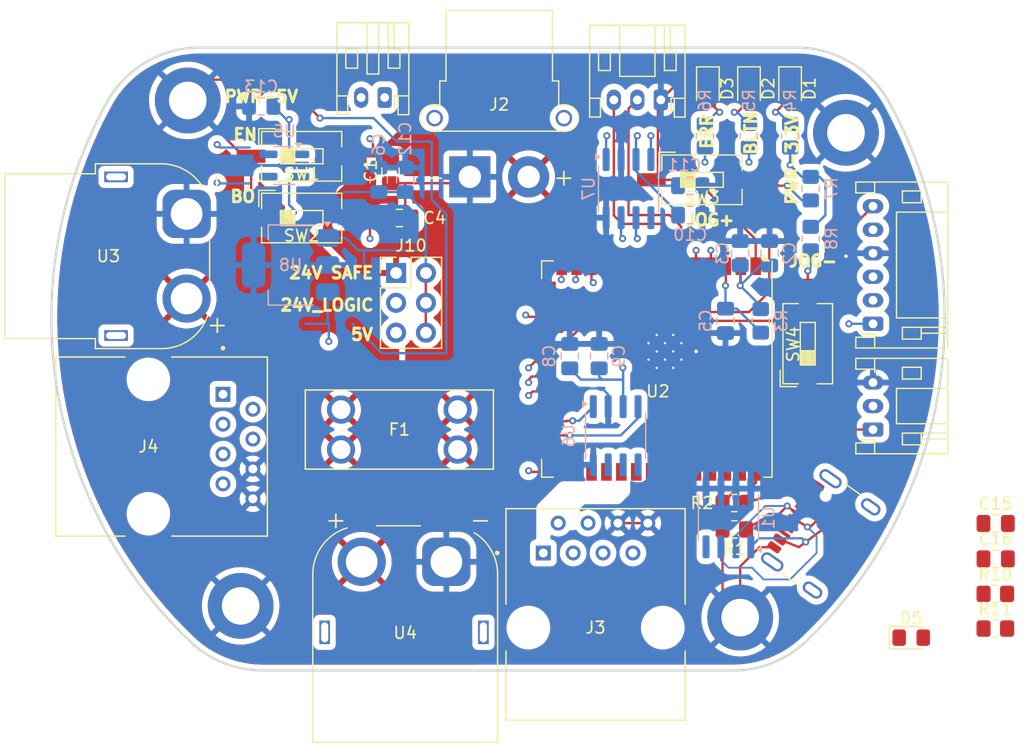
<source format=kicad_pcb>
(kicad_pcb (version 20240108) (generator "pcbnew") (generator_version "8.0")
  (layers (0 "F.Cu" signal) (1 "In1.Cu" signal) (2 "In2.Cu" signal) (31 "B.Cu" signal) (34 "B.Paste" user) (35 "F.Paste" user) (36 "B.SilkS" user "B.Silkscreen") (37 "F.SilkS" user "F.Silkscreen") (38 "B.Mask" user) (39 "F.Mask" user) (44 "Edge.Cuts" user))
  (net 0 "")
  (net 1 "GND")
  (net 2 "EN_PB")
  (net 3 "+3.3V")
  (net 4 "GPIO_0")
  (net 5 "Jog+")
  (net 6 "Jog-")
  (net 7 "Net-(D1-A)")
  (net 8 "Net-(D2-A)")
  (net 9 "Net-(D3-A)")
  (net 10 "+24V")
  (net 11 "+24V_safe")
  (net 13 "USB_P")
  (net 14 "+5V")
  (net 15 "Net-(J1-CC2)")
  (net 17 "USB_N")
  (net 18 "Net-(J1-CC1)")
  (net 22 "+24V_Logic")
  (net 25 "TX_M")
  (net 26 "RX_M")
  (net 27 "CANH_M_P")
  (net 28 "CANL_M_N")
  (net 29 "LED_BUILTIN")
  (net 30 "LED_ERR")
  (net 37 "RXC")
  (net 40 "Net-(J10-Pin_2)")
  (net 41 "+5V_USB")
  (net 44 "TXC")
  (net 47 "Enco_Pot")
  (net 50 "RXC_M")
  (net 51 "CUI_MOSI")
  (net 56 "TXC_M")
  (net 60 "CUI_MISO")
  (net 61 "CUI_CS")
  (net 62 "CUI_SCLK")
  (net 63 "Net-(D5-A)")
  (net 68 "CANL_N")
  (net 69 "CANH_P")
  (net 70 "CAN_M_P")
  (net 71 "CAN_M_N")
  (footprint "Capacitor_SMD:C_0805_2012Metric_Pad1.18x1.45mm_HandSolder" (layer "F.Cu") (at 112.7375 101.99)
    (property "Reference" "C15")
    (property "Value" "220nF")
  )
  (footprint "LED_SMD:LED_0805_2012Metric_Pad1.15x1.40mm_HandSolder" (layer "F.Cu") (at 91.75 65 -90)
    (property "Reference" "D2")
    (property "Value" "B")
  )
  (footprint "Connector_JST:JST_PH_S6B-PH-K_1x06_P2.00mm_Horizontal" (layer "F.Cu") (at 102.3 85 90)
    (property "Reference" "J9" (hide yes))
    (property "Value" "Conn_01x06")
  )
  (footprint "MountingHole:MountingHole_3.2mm_M3_DIN965_Pad_TopBottom" (layer "F.Cu") (at 91 110)
    (property "Reference" "H4" (hide yes))
    (property "Value" "MountingHole_Pad")
  )
  (footprint "Capacitor_SMD:C_0805_2012Metric_Pad1.18x1.45mm_HandSolder" (layer "F.Cu") (at 112.7375 105)
    (property "Reference" "C16")
    (property "Value" "100nF")
  )
  (footprint "Resistor_SMD:R_0805_2012Metric_Pad1.20x1.40mm_HandSolder" (layer "F.Cu") (at 112.7075 107.98)
    (property "Reference" "R10")
    (property "Value" "121")
  )
  (footprint "Resistor_SMD:R_0805_2012Metric_Pad1.20x1.40mm_HandSolder" (layer "F.Cu") (at 90.5 100.25 180)
    (property "Reference" "R2")
    (property "Value" "5.1k")
  )
  (footprint "Button_Switch_SMD:SW_DIP_SPSTx01_Slide_6.7x4.1mm_W8.61mm_P2.54mm_LowProfile" (layer "F.Cu") (at 53.695 76)
    (property "Reference" "SW2")
    (property "Value" "TS09-63-25-WT-160-SMT-TR")
  )
  (footprint "Connector_PinHeader_2.54mm:PinHeader_2x03_P2.54mm_Vertical" (layer "F.Cu") (at 61.725 80.675)
    (property "Reference" "J10")
    (property "Value" "Jumper PWR")
  )
  (footprint "LED_SMD:LED_0805_2012Metric_Pad1.15x1.40mm_HandSolder" (layer "F.Cu") (at 105.5525 111.705)
    (property "Reference" "D5")
    (property "Value" "B")
  )
  (footprint "RoverFootprint:AMASS_XT60PW-F_1x02_P7.20mm_Horizontal" (layer "F.Cu") (at 43.9 75.65 90)
    (property "Reference" "U3")
    (property "Value" "XT60PM-F")
  )
  (footprint "Button_Switch_SMD:SW_DIP_SPSTx01_Slide_6.7x4.1mm_W8.61mm_P2.54mm_LowProfile" (layer "F.Cu") (at 87.75 72.75)
    (property "Reference" "SW3")
    (property "Value" "TS09-63-25-WT-160-SMT-TR")
  )
  (footprint "MountingHole:MountingHole_3.2mm_M3_DIN965_Pad_TopBottom" (layer "F.Cu") (at 48.5 109)
    (property "Reference" "H2" (hide yes))
    (property "Value" "MountingHole_Pad")
  )
  (footprint "Connector_JST:JST_PH_S2B-PH-K_1x02_P2.00mm_Horizontal" (layer "F.Cu") (at 60.75 65.75 180)
    (property "Reference" "J6" (hide yes))
    (property "Value" "Conn_01x02")
  )
  (footprint "RoverFootprint:AMASS_XT60PW-M_1x02_P7.20mm_Horizontal" (layer "F.Cu") (at 66 105.25 180)
    (property "Reference" "U4")
    (property "Value" "XT60PW-M")
  )
  (footprint "RF_Module:ESP32-S3-WROOM-1U" (layer "F.Cu") (at 83.91 88.85 -90)
    (property "Reference" "U2")
    (property "Value" "ESP32-S3-WROVER")
  )
  (footprint "Button_Switch_SMD:SW_DIP_SPSTx01_Slide_6.7x4.1mm_W8.61mm_P2.54mm_LowProfile" (layer "F.Cu") (at 96.75 86.695001 90)
    (property "Reference" "SW4")
    (property "Value" "TS09-63-25-WT-160-SMT-TR")
  )
  (footprint "Button_Switch_SMD:SW_DIP_SPSTx01_Slide_6.7x4.1mm_W8.61mm_P2.54mm_LowProfile" (layer "F.Cu") (at 53.695 70.75)
    (property "Reference" "SW1")
    (property "Value" "TS09-63-25-WT-160-SMT-TR")
  )
  (footprint "RoverFootprint:FUSE_3568-20" (layer "F.Cu") (at 62 94 180)
    (property "Reference" "F1")
    (property "Value" "FuseHolder")
  )
  (footprint "LED_SMD:LED_0805_2012Metric_Pad1.15x1.40mm_HandSolder" (layer "F.Cu") (at 95.25 65 -90)
    (property "Reference" "D1")
    (property "Value" "G")
  )
  (footprint "RoverFootprint:Ethernet_Horizontal" (layer "F.Cu") (at 40.650001 95.445 -90)
    (property "Reference" "J4")
    (property "Value" "Eth-Horiz")
  )
  (footprint "Connector_USB:USB_C_Receptacle_GCT_USB4105-xx-A_16P_TopMnt_Horizontal" (layer "F.Cu") (at 98.75 103.5 55)
    (property "Reference" "J1" (hide yes))
    (property "Value" "USB_C_USB4105-GF-A")
  )
  (footprint "Connector_JST:JST_PH_S3B-PH-K_1x03_P2.00mm_Horizontal" (layer "F.Cu") (at 102.3 94 90)
    (property "Reference" "J8" (hide yes))
    (property "Value" "Conn_01x03")
  )
  (footprint "MountingHole:MountingHole_3.2mm_M3_DIN965_Pad_TopBottom" (layer "F.Cu") (at 44 66)
    (property "Reference" "H3" (hide yes))
    (property "Value" "MountingHole_Pad")
  )
  (footprint "RoverFootprint:AMASS_XT30PW-F_1x02_P2.50mm_Horizontal" (layer "F.Cu") (at 68 72.5)
    (property "Reference" "J2")
    (property "Value" "XT30PW-F")
  )
  (footprint "Connector_JST:JST_PH_S3B-PH-K_1x03_P2.00mm_Horizontal" (layer "F.Cu") (at 84.25 65.95 180)
    (property "Reference" "J5" (hide yes))
    (property "Value" "Conn_01x03")
  )
  (footprint "LED_SMD:LED_0805_2012Metric_Pad1.15x1.40mm_HandSolder" (layer "F.Cu") (at 88.25 65 -90)
    (property "Reference" "D3")
    (property "Value" "B")
  )
  (footprint "RoverFootprint:Ethernet_Horizontal" (layer "F.Cu") (at 78.695 110.85)
    (property "Reference" "J3")
    (property "Value" "Eth-Horiz")
  )
  (footprint "Resistor_SMD:R_0805_2012Metric_Pad1.20x1.40mm_HandSolder" (layer "F.Cu") (at 90.5 102.5 180)
    (property "Reference" "R1")
    (property "Value" "5.1k")
  )
  (footprint "MountingHole:MountingHole_3.2mm_M3_DIN965_Pad_TopBottom" (layer "F.Cu") (at 100 68.75)
    (property "Reference" "H1" (hide yes))
    (property "Value" "MountingHole_Pad")
  )
  (footprint "Resistor_SMD:R_0805_2012Metric_Pad1.20x1.40mm_HandSolder" (layer "F.Cu") (at 112.7075 110.93)
    (property "Reference" "R11")
    (property "Value" "1k")
  )
  (footprint "Capacitor_SMD:C_0805_2012Metric_Pad1.18x1.45mm_HandSolder" (layer "F.Cu") (at 61.25 72 90)
    (property "Reference" "C1")
    (property "Value" "100nF")
  )
  (footprint "Capacitor_SMD:C_0805_2012Metric_Pad1.18x1.45mm_HandSolder" (layer "F.Cu") (at 62 76 180)
    (property "Reference" "C4")
    (property "Value" "100nF")
  )
  (footprint "Resistor_SMD:R_0805_2012Metric_Pad1.20x1.40mm_HandSolder" (layer "B.Cu") (at 92.75 84.75 -90)
    (property "Reference" "R3")
    (property "Value" "10k")
  )
  (footprint "Capacitor_SMD:C_0805_2012Metric_Pad1.18x1.45mm_HandSolder" (layer "B.Cu") (at 93.5 79 90)
    (property "Reference" "C2")
    (property "Value" "22uF")
  )
  (footprint "Capacitor_SMD:C_0805_2012Metric_Pad1.18x1.45mm_HandSolder" (layer "B.Cu") (at 91 79 90)
    (property "Reference" "C3")
    (property "Value" "100nF")
  )
  (footprint "Capacitor_SMD:C_0805_2012Metric_Pad1.18x1.45mm_HandSolder" (layer "B.Cu") (at 50.25 66.5 180)
    (property "Reference" "C13")
    (property "Value" "10uF")
  )
  (footprint "Resistor_SMD:R_0805_2012Metric_Pad1.20x1.40mm_HandSolder" (layer "B.Cu") (at 95.25 69 90)
    (property "Reference" "R4")
    (property "Value" "1k")
  )
  (footprint "Capacitor_SMD:C_0805_2012Metric_Pad1.18x1.45mm_HandSolder" (layer "B.Cu") (at 79 87.75 90)
    (property "Reference" "C9")
    (property "Value" "100nF")
  )
  (footprint "Resistor_SMD:R_0805_2012Metric_Pad1.20x1.40mm_HandSolder" (layer "B.Cu") (at 97 77.75 -90)
    (property "Reference" "R8")
    (property "Value" "10k")
  )
  (footprint "Capacitor_SMD:C_0805_2012Metric_Pad1.18x1.45mm_HandSolder" (layer "B.Cu") (at 62.5 72.75 90)
    (property "Reference" "C12")
    (property "Value" "10uF")
  )
  (footprint "Package_TO_SOT_SMD:SOT-223-3_TabPin2" (layer "B.Cu") (at 52.75 80 180)
    (property "Reference" "U8")
    (property "Value" "LDO-LM7805MPX/NOPB")
  )
  (footprint "Resistor_SMD:R_0805_2012Metric_Pad1.20x1.40mm_HandSolder" (layer "B.Cu") (at 88 69 90)
    (property "Reference" "R6")
    (property "Value" "1K")
  )
  (footprint "Package_SO:SOIC-8_3.9x4.9mm_P1.27mm" (layer "B.Cu") (at 80.405 94.525 -90)
    (property "Reference" "U6")
    (property "Value" "SN65HVD232")
  )
  (footprint "Package_SO:SOIC-8_3.9x4.9mm_P1.27mm" (layer "B.Cu") (at 90 101.5 90)
    (property "Reference" "U1")
    (property "Value" "TVS-SMDB03CE3")
  )
  (footprint "Package_TO_SOT_SMD:SOT-23-5_HandSoldering" (layer "B.Cu") (at 52.21 71.53 180)
    (property "Reference" "U5")
    (property "Value" "LDO-TLV74033PDBVR")
  )
  (footprint "Capacitor_SMD:C_0805_2012Metric_Pad1.18x1.45mm_HandSolder" (layer "B.Cu") (at 60.25 72.75 90)
    (property "Reference" "C6")
    (property "Value" "100nF")
  )
  (footprint "Resistor_SMD:R_0805_2012Metric_Pad1.20x1.40mm_HandSolder" (layer "B.Cu") (at 97 73.5 -90)
    (property "Reference" "R7")
    (property "Value" "10k")
  )
  (footprint "Capacitor_SMD:C_0805_2012Metric_Pad1.18x1.45mm_HandSolder" (layer "B.Cu") (at 86.75 73.25)
    (property "Reference" "C11")
    (property "Value" "100nF")
  )
  (footprint "Capacitor_SMD:C_0805_2012Metric_Pad1.18x1.45mm_HandSolder" (layer "B.Cu") (at 86.75 75.75)
    (property "Reference" "C10")
    (property "Value" "10uF")
  )
  (footprint "Capacitor_SMD:C_0805_2012Metric_Pad1.18x1.45mm_HandSolder" (layer "B.Cu") (at 76.5 87.75 90)
    (property "Reference" "C8")
    (property "Value" "10uF")
  )
  (footprint "Resistor_SMD:R_0805_2012Metric_Pad1.20x1.40mm_HandSolder" (layer "B.Cu") (at 91.75 69 90)
    (property "Reference" "R5")
    (property "Value" "1k")
  )
  (footprint "Package_SO:SOIC-8_3.9x4.9mm_P1.27mm" (layer "B.Cu") (at 81.5 73.5 -90)
    (property "Reference" "U7")
    (property "Value" "SN65HVD232")
  )
  (footprint "Capacitor_SMD:C_0805_2012Metric_Pad1.18x1.45mm_HandSolder" (layer "B.Cu") (at 89.75 84.75 -90)
    (property "Reference" "C5")
    (property "Value" "1uF")
  )
  (gr_line (start 45 61.5) (end 95.79372 61.5) (stroke (width 0.2)) (layer "Edge.Cuts"))
  (gr_arc (start 95.79372 61.5) (mid 100.370632 62.750701) (end 103.675483 66.155172) (stroke (width 0.2)) (layer "Edge.Cuts"))
  (gr_arc (start 44.189955 112.017241) (mid 32.840702 90.290997) (end 37.11822 66.155172) (stroke (width 0.2)) (layer "Edge.Cuts"))
  (gr_arc (start 96.603748 112.017241) (mid 93.739369 113.8563) (end 90.396851 114.5) (stroke (width 0.2)) (layer "Edge.Cuts"))
  (gr_line (start 50.39685 114.5) (end 90.396851 114.5) (stroke (width 0.2)) (layer "Edge.Cuts"))
  (gr_arc (start 103.675483 66.155172) (mid 107.953001 90.290997) (end 96.603748 112.017241) (stroke (width 0.2)) (layer "Edge.Cuts"))
  (gr_arc (start 50.39685 114.5) (mid 47.054335 113.85629) (end 44.189955 112.017241) (stroke (width 0.2)) (layer "Edge.Cuts"))
  (gr_arc (start 37.11822 66.155172) (mid 40.423072 62.750696) (end 45 61.5) (stroke (width 0.2)) (layer "Edge.Cuts"))
  (gr_text "24V_LOGIC" (at 51.75 84 0) (layer "F.SilkS") (effects (font (size 1 1) (thickness 0.25) (bold yes)) (justify left bottom)))
  (gr_text "BLTN" (at 92.5 70.75 90) (layer "F.SilkS") (effects (font (size 1 1) (thickness 0.25) (bold yes)) (justify left bottom)))
  (gr_text "ERR" (at 88.75 70.25 90) (layer "F.SilkS") (effects (font (size 1 1) (thickness 0.25) (bold yes)) (justify left bottom)))
  (gr_text "PWR-5V" (at 47 66.25 0) (layer "F.SilkS") (effects (font (size 1 1) (thickness 0.25) (bold yes)) (justify left bottom)))
  (gr_text "BO" (at 47.5 74.75 0) (layer "F.SilkS") (effects (font (size 1 1) (thickness 0.25) (bold yes)) (justify left bottom)))
  (gr_text "JOG-" (at 95 80.25 0) (layer "F.SilkS") (effects (font (size 1 1) (thickness 0.25) (bold yes)) (justify left bottom)))
  (gr_text "JOG+" (at 86.25 76.75 0) (layer "F.SilkS") (effects (font (size 1 1) (thickness 0.25) (bold yes)) (justify left bottom)))
  (gr_text "EN" (at 47.75 69.5 0) (layer "F.SilkS") (effects (font (size 1 1) (thickness 0.25) (bold yes)) (justify left bottom)))
  (gr_text "5V" (at 57.75 86.5 0) (layer "F.SilkS") (effects (font (size 1 1) (thickness 0.25) (bold yes)) (justify left bottom)))
  (gr_text "24V SAFE" (at 52.5 81.25 0) (layer "F.SilkS") (effects (font (size 1 1) (thickness 0.25) (bold yes)) (justify left bottom)))
  (gr_text "PWR-3.3V" (at 96 75 90) (layer "F.SilkS") (effects (font (size 1 1) (thickness 0.25) (bold yes)) (justify left bottom)))
  (segment (start 54.5 66.75) (end 54.5 66.275) (width 0.2) (layer "F.Cu") (net 0))
  (segment (start 64.25 85.83) (end 64.25 83.29) (width 0.2) (layer "F.Cu") (net 0))
  (segment (start 64.25 80.75) (end 64.25 83.29) (width 0.2) (layer "F.Cu") (net 0))
  (segment (start 55.25 67.5) (end 54.5 66.75) (width 0.2) (layer "F.Cu") (net 0))
  (via (at 55.25 67.5) (size 0.6) (drill 0.3) (layers "F.Cu" "B.Cu") (net 0))
  (segment (start 55.25 67.5) (end 59.794488 67.5) (width 0.2) (layer "B.Cu") (net 0))
  (segment (start 55.9 77.7) (end 57.45 77.7) (width 0.2) (layer "B.Cu") (net 0))
  (segment (start 57.45 77.7) (end 58.5 78.75) (width 0.2) (layer "B.Cu") (net 0))
  (segment (start 64.75 74.440256) (end 66 75.690256) (width 0.2) (layer "B.Cu") (net 0))
  (segment (start 58.5 78.75) (end 59 78.75) (width 0.2) (layer "B.Cu") (net 0))
  (segment (start 64.25 78.75) (end 64.25 80.75) (width 0.2) (layer "B.Cu") (net 0))
  (segment (start 66 75.690256) (end 66 87.5) (width 0.2) (layer "B.Cu") (net 0))
  (segment (start 59 80.2125) (end 59 78.75) (width 0.2) (layer "B.Cu") (net 0))
  (segment (start 64.25 75.5375) (end 64.25 78.75) (width 0.2) (layer "B.Cu") (net 0))
  (segment (start 59 78.75) (end 64.25 78.75) (width 0.2) (layer "B.Cu") (net 0))
  (segment (start 62.5 73.7875) (end 64.25 75.5375) (width 0.2) (layer "B.Cu") (net 0))
  (segment (start 59.794488 67.5) (end 61.794488 69.5) (width 0.2) (layer "B.Cu") (net 0))
  (segment (start 64.75 69.5) (end 64.75 74.440256) (width 0.2) (layer "B.Cu") (net 0))
  (segment (start 66 87.5) (end 60.5 87.5) (width 0.2) (layer "B.Cu") (net 0))
  (segment (start 61.794488 69.5) (end 64.75 69.5) (width 0.2) (layer "B.Cu") (net 0))
  (segment (start 60.25 73.7875) (end 57.2725 73.7875) (width 0.2) (layer "B.Cu") (net 0))
  (segment (start 60.5 87.5) (end 58 85) (width 0.2) (layer "B.Cu") (net 0))
  (segment (start 57.2725 73.7875) (end 57.25 73.81) (width 0.2) (layer "B.Cu") (net 0))
  (segment (start 62.5 73.7875) (end 60.25 73.7875) (width 0.2) (layer "B.Cu") (net 0))
  (segment (start 92.634113 104.010525) (end 91 105.644638) (width 0.2) (layer "F.Cu") (net 1))
  (segment (start 92.32 80.1) (end 92.32 77.82) (width 0.2) (layer "F.Cu") (net 1))
  (segment (start 84 72.195) (end 84 66.2) (width 0.2) (layer "F.Cu") (net 1))
  (segment (start 61.25 73.0375) (end 62.5 73.0375) (width 0.2) (layer "F.Cu") (net 1))
  (segment (start 49.39 70.75) (end 48.75 70.75) (width 0.2) (layer "F.Cu") (net 1))
  (segment (start 92.32 98.55) (end 91.87 99) (width 0.2) (layer "F.Cu") (net 1))
  (segment (start 91 105.644638) (end 91 110) (width 0.2) (layer "F.Cu") (net 1))
  (segment (start 87.25 87.35) (end 84.6 87.35) (width 0.2) (layer "F.Cu") (net 1))
  (segment (start 62.5 75.4625) (end 63.0375 76) (width 0.2) (layer "F.Cu") (net 1))
  (segment (start 92.32 77.82) (end 87.25 72.75) (width 0.2) (layer "F.Cu") (net 1))
  (segment (start 97.75 90) (end 96.75 91) (width 0.2) (layer "F.Cu") (net 1))
  (segment (start 49.837545 107.662455) (end 48.5 109) (width 0.2) (layer "F.Cu") (net 1))
  (segment (start 87.25 72.75) (end 83.445 72.75) (width 0.2) (layer "F.Cu") (net 1))
  (segment (start 89.5 102.5) (end 89.5 108.5) (width 0.2) (layer "F.Cu") (net 1))
  (segment (start 80.6 101.96) (end 83.14 101.96) (width 0.2) (layer "F.Cu") (net 1))
  (segment (start 90.75 99) (end 89.5 100.25) (width 0.2) (layer "F.Cu") (net 1))
  (segment (start 83.14 101.96) (end 91 109.82) (width 0.2) (layer "F.Cu") (net 1))
  (segment (start 91 109.82) (end 91 110) (width 0.2) (layer "F.Cu") (net 1))
  (segment (start 93.900075 104.010525) (end 92.634113 104.010525) (width 0.2) (layer "F.Cu") (net 1))
  (segment (start 67.4625 73.0375) (end 68 72.5) (width 0.2) (layer "F.Cu") (net 1))
  (segment (start 88.25 63.975) (end 86.225 63.975) (width 0.2) (layer "F.Cu") (net 1))
  (segment (start 54.5 64.225) (end 45.775 64.225) (width 0.2) (layer "F.Cu") (net 1))
  (segment (start 91.75 63.975) (end 95.25 63.975) (width 0.2) (layer "F.Cu") (net 1))
  (segment (start 95.25 63.975) (end 95.25 64) (width 0.2) (layer "F.Cu") (net 1))
  (segment (start 84 66.2) (end 84.25 65.95) (width 0.2) (layer "F.Cu") (net 1))
  (segment (start 102.3 90) (end 97.75 90) (width 0.2) (layer "F.Cu") (net 1))
  (segment (start 61.25 73.0375) (end 67.4625 73.0375) (width 0.2) (layer "F.Cu") (net 1))
  (segment (start 92.32 97.6) (end 96.6 97.6) (width 0.2) (layer "F.Cu") (net 1))
  (segment (start 92.32 97.6) (end 92.32 98.55) (width 0.2) (layer "F.Cu") (net 1))
  (segment (start 102 68.75) (end 100 68.75) (width 0.2) (layer "F.Cu") (net 1))
  (segment (start 96.75 97.75) (end 96.75 97.946987) (width 0.2) (layer "F.Cu") (net 1))
  (segment (start 49.39 76) (end 49.39 70.75) (width 0.2) (layer "F.Cu") (net 1))
  (segment (start 96.75 97.946987) (end 97.570965 98.767952) (width 0.2) (layer "F.Cu") (net 1))
  (segment (start 91.87 99) (end 90.75 99) (width 0.2) (layer "F.Cu") (net 1))
  (segment (start 89.5 108.5) (end 91 110) (width 0.2) (layer "F.Cu") (net 1))
  (segment (start 86.225 63.975) (end 84.25 65.95) (width 0.2) (layer "F.Cu") (net 1))
  (segment (start 96.6 97.6) (end 96.75 97.75) (width 0.2) (layer "F.Cu") (net 1))
  (segment (start 83.445 72.75) (end 84 72.195) (width 0.2) (layer "F.Cu") (net 1))
  (segment (start 88.25 63.975) (end 91.75 63.975) (width 0.2) (layer "F.Cu") (net 1))
  (segment (start 89.5 100.25) (end 89.5 102.5) (width 0.2) (layer "F.Cu") (net 1))
  (segment (start 45.775 64.225) (end 44 66) (width 0.2) (layer "F.Cu") (net 1))
  (segment (start 95.25 64) (end 100 68.75) (width 0.2) (layer "F.Cu") (net 1))
  (segment (start 62.5 73.0375) (end 62.5 75.4625) (width 0.2) (layer "F.Cu") (net 1))
  (segment (start 48.75 70.75) (end 44 66) (width 0.2) (layer "F.Cu") (net 1))
  (via (at 100 79.25) (size 0.6) (drill 0.3) (layers "F.Cu" "B.Cu") (net 1))
  (via (at 87.25 87.35) (size 0.6) (drill 0.3) (layers "F.Cu" "B.Cu") (net 1))
  (segment (start 75.25 90) (end 75.25 87.25) (width 0.2) (layer "B.Cu") (net 1))
  (segment (start 75.75 90.5) (end 75.25 90) (width 0.2) (layer "B.Cu") (net 1))
  (segment (start 67.72 72.22) (end 68 72.5) (width 0.2) (layer "B.Cu") (net 1))
  (segment (start 79.77 92.05) (end 79.77 91.02) (width 0.2) (layer "B.Cu") (net 1))
  (segment (start 79.25 90.5) (end 75.75 90.5) (width 0.2) (layer "B.Cu") (net 1))
  (segment (start 44 66) (end 44 66.5375) (width 0.2) (layer "B.Cu") (net 1))
  (segment (start 75.7875 86.7125) (end 76.5 86.7125) (width 0.2) (layer "B.Cu") (net 1))
  (segment (start 75.25 87.25) (end 75.7875 86.7125) (width 0.2) (layer "B.Cu") (net 1))
  (segment (start 79.77 91.02) (end 79.25 90.5) (width 0.2) (layer "B.Cu") (net 1))
  (segment (start 89.78 80.1) (end 89.78 81.72) (width 0.2) (layer "F.Cu") (net 2))
  (segment (start 59.75 70.75) (end 59.75 69.5) (width 0.2) (layer "F.Cu") (net 2))
  (segment (start 61.0375 70.75) (end 61.25 70.9625) (width 0.2) (layer "F.Cu") (net 2))
  (segment (start 59.75 69.5) (end 59.5 69.25) (width 0.2) (layer "F.Cu") (net 2))
  (segment (start 59.75 70.75) (end 61.0375 70.75) (width 0.2) (layer "F.Cu") (net 2))
  (segment (start 89.78 81.72) (end 89.75 81.75) (width 0.2) (layer "F.Cu") (net 2))
  (segment (start 58 70.75) (end 59.75 70.75) (width 0.2) (layer "F.Cu") (net 2))
  (via (at 59.5 69.25) (size 0.6) (drill 0.3) (layers "F.Cu" "B.Cu") (net 2))
  (via (at 89.75 81.75) (size 0.6) (drill 0.3) (layers "F.Cu" "B.Cu") (net 2))
  (segment (start 90.7125 83.7125) (end 92.75 85.75) (width 0.2) (layer "B.Cu") (net 2))
  (segment (start 89.75 83.7125) (end 90.7125 83.7125) (width 0.2) (layer "B.Cu") (net 2))
  (segment (start 89.75 83.7125) (end 89.75 81.75) (width 0.2) (layer "B.Cu") (net 2))
  (segment (start 91.05 81.7) (end 91 81.75) (width 0.2) (layer "F.Cu") (net 3))
  (segment (start 91.05 80.1) (end 91.05 81.7) (width 0.2) (layer "F.Cu") (net 3))
  (via (at 81.017613 88.732387) (size 0.6) (drill 0.3) (layers "F.Cu" "B.Cu") (net 3))
  (via (at 46.5 73) (size 0.6) (drill 0.3) (layers "F.Cu" "B.Cu") (net 3))
  (via (at 82.25 69) (size 0.6) (drill 0.3) (layers "F.Cu" "B.Cu") (net 3))
  (via (at 46.5 69.75) (size 0.6) (drill 0.3) (layers "F.Cu" "B.Cu") (net 3))
  (via (at 95.25 71.5) (size 0.6) (drill 0.3) (layers "F.Cu" "B.Cu") (net 3))
  (via (at 52.625 67.625) (size 0.6) (drill 0.3) (layers "F.Cu" "B.Cu") (net 3))
  (via (at 91 81.75) (size 0.6) (drill 0.3) (layers "F.Cu" "B.Cu") (net 3))
  (via (at 53 75.5) (size 0.6) (drill 0.3) (layers "F.Cu" "B.Cu") (net 3))
  (segment (start 92.75 83.5) (end 91 81.75) (width 0.2) (layer "B.Cu") (net 3))
  (segment (start 97.75 72.5) (end 98.25 73) (width 0.2) (layer "B.Cu") (net 3))
  (segment (start 52.4125 67.625) (end 51.2875 66.5) (width 0.2) (layer "B.Cu") (net 3))
  (segment (start 46.755 70.005) (end 46.5 69.75) (width 0.2) (layer "B.Cu") (net 3))
  (segment (start 81.04 90.5) (end 81.04 92.05) (width 0.2) (layer "B.Cu") (net 3))
  (segment (start 53 75.25) (end 52.625 74.875) (width 0.2) (layer "B.Cu") (net 3))
  (segment (start 77.4625 89.75) (end 81.04 89.75) (width 0.2) (layer "B.Cu") (net 3))
  (segment (start 79 89.5) (end 79.25 89.75) (width 0.2) (layer "B.Cu") (net 3))
  (segment (start 81.04 89.75) (end 81.04 90.5) (width 0.2) (layer "B.Cu") (net 3))
  (segment (start 98.25 73) (end 98.25 75.75) (width 0.2) (layer "B.Cu") (net 3))
  (segment (start 49.275 73.055) (end 46.555 73.055) (width 0.2) (layer "B.Cu") (net 3))
  (segment (start 85.7125 75.577499) (end 83.385001 73.25) (width 0.2) (layer "B.Cu") (net 3))
  (segment (start 92.75 83.75) (end 92.75 83.5) (width 0.2) (layer "B.Cu") (net 3))
  (segment (start 96.25 72.5) (end 95.25 71.5) (width 0.2) (layer "B.Cu") (net 3))
  (segment (start 92.7125 80.0375) (end 91 81.75) (width 0.2) (layer "B.Cu") (net 3))
  (segment (start 46.555 73.055) (end 46.5 73) (width 0.2) (layer "B.Cu") (net 3))
  (segment (start 82.135 71.999999) (end 82.135 71.025) (width 0.2) (layer "B.Cu") (net 3))
  (segment (start 76.5 88.7875) (end 77.4625 89.75) (width 0.2) (layer "B.Cu") (net 3))
  (segment (start 79.25 89.75) (end 81.04 89.75) (width 0.2) (layer "B.Cu") (net 3))
  (segment (start 52.625 67.625) (end 52.4125 67.625) (width 0.2) (layer "B.Cu") (net 3))
  (segment (start 93.5 80.0375) (end 92.7125 80.0375) (width 0.2) (layer "B.Cu") (net 3))
  (segment (start 97 72.5) (end 96.25 72.5) (width 0.2) (layer "B.Cu") (net 3))
  (segment (start 52.625 67.625) (end 52.625 70.005) (width 0.2) (layer "B.Cu") (net 3))
  (segment (start 53 75.5) (end 53 75.25) (width 0.2) (layer "B.Cu") (net 3))
  (segment (start 91 80.0375) (end 91 81.75) (width 0.2) (layer "B.Cu") (net 3))
  (segment (start 82.135 71.025) (end 82.135 69.115) (width 0.2) (layer "B.Cu") (net 3))
  (segment (start 79 88.7875) (end 79 89.5) (width 0.2) (layer "B.Cu") (net 3))
  (segment (start 81.017613 88.732387) (end 81.04 88.754774) (width 0.2) (layer "B.Cu") (net 3))
  (segment (start 97 72.5) (end 97.75 72.5) (width 0.2) (layer "B.Cu") (net 3))
  (segment (start 95.25 70) (end 95.25 71.5) (width 0.2) (layer "B.Cu") (net 3))
  (segment (start 97.25 76.75) (end 97 76.75) (width 0.2) (layer "B.Cu") (net 3))
  (segment (start 85.7125 75.75) (end 85.7125 75.577499) (width 0.2) (layer "B.Cu") (net 3))
  (segment (start 85.7125 73.25) (end 83.385001 73.25) (width 0.2) (layer "B.Cu") (net 3))
  (segment (start 81.04 88.754774) (end 81.04 89.75) (width 0.2) (layer "B.Cu") (net 3))
  (segment (start 49.275 70.005) (end 46.755 70.005) (width 0.2) (layer "B.Cu") (net 3))
  (segment (start 52.625 74.875) (end 52.625 73.055) (width 0.2) (layer "B.Cu") (net 3))
  (segment (start 83.385001 73.25) (end 82.135 71.999999) (width 0.2) (layer "B.Cu") (net 3))
  (segment (start 98.25 75.75) (end 97.25 76.75) (width 0.2) (layer "B.Cu") (net 3))
  (segment (start 82.135 69.115) (end 82.25 69) (width 0.2) (layer "B.Cu") (net 3))
  (segment (start 59.5 76) (end 58 76) (width 0.2) (layer "F.Cu") (net 4))
  (segment (start 73.1 97.6) (end 73 97.5) (width 0.2) (layer "F.Cu") (net 4))
  (segment (start 75.81 97.6) (end 73.1 97.6) (width 0.2) (layer "F.Cu") (net 4))
  (segment (start 60.9625 76) (end 59.5 76) (width 0.2) (layer "F.Cu") (net 4))
  (segment (start 59.5 76) (end 59.5 77.75) (width 0.2) (layer "F.Cu") (net 4))
  (via (at 59.5 77.75) (size 0.6) (drill 0.3) (layers "F.Cu" "B.Cu") (net 4))
  (via (at 73 97.5) (size 0.6) (drill 0.3) (layers "F.Cu" "B.Cu") (net 4))
  (segment (start 93.475 82.275) (end 91.75 84) (width 0.2) (layer "F.Cu") (net 5))
  (segment (start 93.75 72.75) (end 94.25 73.25) (width 0.2) (layer "F.Cu") (net 5))
  (segment (start 94.25 73.25) (end 95 73.25) (width 0.2) (layer "F.Cu") (net 5))
  (segment (start 91.75 84) (end 77.5 84) (width 0.2) (layer "F.Cu") (net 5))
  (segment (start 93.475 72.75) (end 93.475 82.275) (width 0.2) (layer "F.Cu") (net 5))
  (segment (start 92.055 72.75) (end 93.75 72.75) (width 0.2) (layer "F.Cu") (net 5))
  (segment (start 75.825 85.675) (end 74.56 85.675) (width 0.2) (layer "F.Cu") (net 5))
  (segment (start 77.5 84) (end 75.825 85.675) (width 0.2) (layer "F.Cu") (net 5))
  (via (at 95 73.25) (size 0.6) (drill 0.3) (layers "F.Cu" "B.Cu") (net 5))
  (segment (start 95 73.25) (end 96.25 74.5) (width 0.2) (layer "B.Cu") (net 5))
  (segment (start 96.25 74.5) (end 97 74.5) (width 0.2) (layer "B.Cu") (net 5))
  (segment (start 96.75 82.390002) (end 94.390002 84.75) (width 0.2) (layer "F.Cu") (net 6))
  (segment (start 96.75 82.390002) (end 96.75 80.5) (width 0.2) (layer "F.Cu") (net 6))
  (segment (start 94.390002 84.75) (end 78 84.75) (width 0.2) (layer "F.Cu") (net 6))
  (segment (start 75.805 86.945) (end 74.56 86.945) (width 0.2) (layer "F.Cu") (net 6))
  (segment (start 78 84.75) (end 75.805 86.945) (width 0.2) (layer "F.Cu") (net 6))
  (via (at 96.75 80.5) (size 0.6) (drill 0.3) (layers "F.Cu" "B.Cu") (net 6))
  (segment (start 97 80.25) (end 96.75 80.5) (width 0.155814) (layer "B.Cu") (net 6))
  (segment (start 97 78.75) (end 97 80.25) (width 0.155814) (layer "B.Cu") (net 6))
  (segment (start 94.975 66.025) (end 94 67) (width 0.2) (layer "F.Cu") (net 7))
  (segment (start 95.25 66.025) (end 94.975 66.025) (width 0.2) (layer "F.Cu") (net 7))
  (via (at 94 67) (size 0.6) (drill 0.3) (layers "F.Cu" "B.Cu") (net 7))
  (segment (start 94 67) (end 94.25 67) (width 0.2) (layer "B.Cu") (net 7))
  (segment (start 94.25 67) (end 95.25 68) (width 0.2) (layer "B.Cu") (net 7))
  (segment (start 90.5 67) (end 90.775 67) (width 0.2) (layer "F.Cu") (net 8))
  (segment (start 90.775 67) (end 91.75 66.025) (width 0.2) (layer "F.Cu") (net 8))
  (via (at 90.5 67) (size 0.6) (drill 0.3) (layers "F.Cu" "B.Cu") (net 8))
  (segment (start 90.5 67) (end 90.75 67) (width 0.2) (layer "B.Cu") (net 8))
  (segment (start 90.75 67) (end 91.75 68) (width 0.2) (layer "B.Cu") (net 8))
  (segment (start 88.275 66.025) (end 88.25 66.025) (width 0.2) (layer "F.Cu") (net 9))
  (segment (start 89.25 67) (end 88.275 66.025) (width 0.2) (layer "F.Cu") (net 9))
  (via (at 89.25 67) (size 0.6) (drill 0.3) (layers "F.Cu" "B.Cu") (net 9))
  (segment (start 89 67) (end 88 68) (width 0.2) (layer "B.Cu") (net 9))
  (segment (start 89.25 67) (end 89 67) (width 0.2) (layer "B.Cu") (net 9))
  (segment (start 45.59 82.35) (end 44 82.35) (width 0.2) (layer "F.Cu") (net 10))
  (segment (start 72 72.5) (end 73 72.5) (width 0.2) (layer "F.Cu") (net 11))
  (segment (start 97.125 102.125) (end 96.875 102.375) (width 0.2) (layer "F.Cu") (net 13))
  (segment (start 96.875 102.375) (end 96.719602 102.280398) (width 0.2) (layer "F.Cu") (net 13))
  (segment (start 96.165704 100.774873) (end 97.5 101.75) (width 0.2) (layer "F.Cu") (net 13))
  (segment (start 97.5 101.75) (end 97.125 102.125) (width 0.2) (layer "F.Cu") (net 13))
  (segment (start 96.719602 102.280398) (end 95.592126 101.594027) (width 0.2) (layer "F.Cu") (net 13))
  (segment (start 75.81 80.1) (end 75.81 81.207604) (width 0.155814) (layer "F.Cu") (net 13))
  (segment (start 75.81 81.207604) (end 75.778166 81.239438) (width 0.155814) (layer "F.Cu") (net 13))
  (via (at 75.778166 81.239438) (size 0.6) (drill 0.3) (layers "F.Cu" "B.Cu") (net 13))
  (via (at 96.719602 102.280398) (size 0.6) (drill 0.3) (layers "F.Cu" "B.Cu") (net 13))
  (segment (start 92 105.75) (end 93 106.75) (width 0.155814) (layer "B.Cu") (net 13))
  (segment (start 89.365 103.975) (end 89.365 105.115) (width 0.155814) (layer "B.Cu") (net 13))
  (segment (start 90 105.75) (end 92 105.75) (width 0.155814) (layer "B.Cu") (net 13))
  (segment (start 97.5 103.060796) (end 96.719602 102.280398) (width 0.155814) (layer "B.Cu") (net 13))
  (segment (start 93 106.75) (end 95.25 106.75) (width 0.155814) (layer "B.Cu") (net 13))
  (segment (start 97.5 104.5) (end 97.5 103.060796) (width 0.155814) (layer "B.Cu") (net 13))
  (segment (start 95.25 106.75) (end 97.5 104.5) (width 0.155814) (layer "B.Cu") (net 13))
  (segment (start 89.365 105.115) (end 90 105.75) (width 0.155814) (layer "B.Cu") (net 13))
  (via (at 56 86.5) (size 0.6) (drill 0.3) (layers "F.Cu" "B.Cu") (net 14))
  (via (at 100.25 85) (size 0.6) (drill 0.3) (layers "F.Cu" "B.Cu") (net 14))
  (segment (start 56 85) (end 56 86.5) (width 0.2) (layer "B.Cu") (net 14))
  (segment (start 56 85) (end 54.0375 85) (width 0.2) (layer "B.Cu") (net 14))
  (segment (start 55.9 84.9) (end 56 85) (width 0.2) (layer "B.Cu") (net 14))
  (segment (start 102.3 85) (end 100.25 85) (width 0.2) (layer "B.Cu") (net 14))
  (segment (start 55.9 82.3) (end 55.9 84.9) (width 0.2) (layer "B.Cu") (net 14))
  (segment (start 95.25 99) (end 91.5 100.25) (width 0.2) (layer "F.Cu") (net 15))
  (segment (start 96.739279 99.955721) (end 95.25 99) (width 0.2) (layer "F.Cu") (net 15))
  (segment (start 94.25 101.25) (end 95.305338 102.003603) (width 0.2) (layer "F.Cu") (net 17))
  (segment (start 77.08 80.1) (end 77.08 81.17) (width 0.155814) (layer "F.Cu") (net 17))
  (segment (start 95.878915 101.18445) (end 95 100.5) (width 0.2) (layer "F.Cu") (net 17))
  (segment (start 77.08 81.17) (end 77 81.25) (width 0.155814) (layer "F.Cu") (net 17))
  (segment (start 95 100.5) (end 94.625 100.875) (width 0.2) (layer "F.Cu") (net 17))
  (segment (start 94.625 100.875) (end 94.25 101.25) (width 0.2) (layer "F.Cu") (net 17))
  (via (at 95 100.5) (size 0.6) (drill 0.3) (layers "F.Cu" "B.Cu") (net 17))
  (via (at 77 81.25) (size 0.6) (drill 0.3) (layers "F.Cu" "B.Cu") (net 17))
  (segment (start 90.635 103.975) (end 90.635 103.000001) (width 0.155814) (layer "B.Cu") (net 17))
  (segment (start 90.635 103.000001) (end 93.135001 100.5) (width 0.155814) (layer "B.Cu") (net 17))
  (segment (start 93.135001 100.5) (end 95 100.5) (width 0.155814) (layer "B.Cu") (net 17))
  (segment (start 95.01855 102.413178) (end 93.5 101.25) (width 0.2) (layer "F.Cu") (net 18))
  (segment (start 93.5 101.25) (end 91.5 102.5) (width 0.2) (layer "F.Cu") (net 18))
  (segment (start 84.7 76.95) (end 84.7 80.1) (width 0.2) (layer "F.Cu") (net 25))
  (segment (start 80.25 65.95) (end 80.25 75.782843) (width 0.2) (layer "F.Cu") (net 25))
  (segment (start 84.25 76.5) (end 84.7 76.95) (width 0.2) (layer "F.Cu") (net 25))
  (segment (start 80.25 75.782843) (end 80.967157 76.5) (width 0.2) (layer "F.Cu") (net 25))
  (segment (start 80.967157 76.5) (end 84.25 76.5) (width 0.2) (layer "F.Cu") (net 25))
  (segment (start 85.97 76.72) (end 85.97 80.1) (width 0.2) (layer "F.Cu") (net 26))
  (segment (start 81.5 66.7) (end 81.5 75.75) (width 0.2) (layer "F.Cu") (net 26))
  (segment (start 85 75.75) (end 85.97 76.72) (width 0.2) (layer "F.Cu") (net 26))
  (segment (start 82.25 65.95) (end 81.5 66.7) (width 0.2) (layer "F.Cu") (net 26))
  (segment (start 81.5 75.75) (end 85 75.75) (width 0.2) (layer "F.Cu") (net 26))
  (via (at 81 77.75) (size 0.6) (drill 0.3) (layers "F.Cu" "B.Cu") (net 27))
  (segment (start 80.865 75.975) (end 80.865 77.615) (width 0.2) (layer "B.Cu") (net 27))
  (segment (start 80.865 77.615) (end 81 77.75) (width 0.2) (layer "B.Cu") (net 27))
  (via (at 82.25 77.75) (size 0.6) (drill 0.3) (layers "F.Cu" "B.Cu") (net 28))
  (segment (start 82.135 75.975) (end 82.135 77.635) (width 0.2) (layer "B.Cu") (net 28))
  (segment (start 82.135 77.635) (end 82.25 77.75) (width 0.2) (layer "B.Cu") (net 28))
  (segment (start 72.905 84.405) (end 72.75 84.25) (width 0.2) (layer "F.Cu") (net 29))
  (segment (start 74.56 84.405) (end 72.905 84.405) (width 0.2) (layer "F.Cu") (net 29))
  (via (at 91.75 71.25) (size 0.6) (drill 0.3) (layers "F.Cu" "B.Cu") (net 29))
  (via (at 72.75 84.25) (size 0.6) (drill 0.3) (layers "F.Cu" "B.Cu") (net 29))
  (segment (start 91.75 70) (end 91.75 71.25) (width 0.2) (layer "B.Cu") (net 29))
  (segment (start 78.35 80.1) (end 78.35 81.35) (width 0.2) (layer "F.Cu") (net 30))
  (segment (start 78.35 81.35) (end 78.5 81.5) (width 0.2) (layer "F.Cu") (net 30))
  (via (at 78.5 81.5) (size 0.6) (drill 0.3) (layers "F.Cu" "B.Cu") (net 30))
  (via (at 88 71.25) (size 0.6) (drill 0.3) (layers "F.Cu" "B.Cu") (net 30))
  (segment (start 88 70) (end 88 71.25) (width 0.2) (layer "B.Cu") (net 30))
  (segment (start 74.625 94.5) (end 74.56 94.565) (width 0.2) (layer "F.Cu") (net 37))
  (segment (start 76.5 94.5) (end 74.625 94.5) (width 0.2) (layer "F.Cu") (net 37))
  (via (at 76.5 94.5) (size 0.6) (drill 0.3) (layers "F.Cu" "B.Cu") (net 37))
  (segment (start 82.31 93.024999) (end 80.834999 94.5) (width 0.2) (layer "B.Cu") (net 37))
  (segment (start 80.834999 94.5) (end 76.5 94.5) (width 0.2) (layer "B.Cu") (net 37))
  (segment (start 82.31 92.05) (end 82.31 93.024999) (width 0.2) (layer "B.Cu") (net 37))
  (segment (start 96.571429 103.571429) (end 98 102.5) (width 0.2) (layer "F.Cu") (net 41))
  (segment (start 98 102.5) (end 98 101) (width 0.2) (layer "F.Cu") (net 41))
  (segment (start 94.358937 103.355202) (end 96 104) (width 0.2) (layer "F.Cu") (net 41))
  (segment (start 98 100.5) (end 97.112104 99.423274) (width 0.2) (layer "F.Cu") (net 41))
  (segment (start 96 104) (end 96.571429 103.571429) (width 0.2) (layer "F.Cu") (net 41))
  (segment (start 98 101) (end 98 100.5) (width 0.2) (layer "F.Cu") (net 41))
  (via (at 96.571429 103.571429) (size 0.6) (drill 0.3) (layers "F.Cu" "B.Cu") (net 41))
  (segment (start 96.25 103.25) (end 96.571429 103.571429) (width 0.2) (layer "B.Cu") (net 41))
  (segment (start 91.93 104) (end 91.905 103.975) (width 0.2) (layer "B.Cu") (net 41))
  (segment (start 91.905 103.975) (end 92.63 103.25) (width 0.2) (layer "B.Cu") (net 41))
  (segment (start 92.63 103.25) (end 96.25 103.25) (width 0.2) (layer "B.Cu") (net 41))
  (segment (start 76.75 93.25) (end 76.25 93.25) (width 0.2) (layer "F.Cu") (net 44))
  (segment (start 76.205 93.295) (end 74.56 93.295) (width 0.2) (layer "F.Cu") (net 44))
  (segment (start 76.25 93.25) (end 76.205 93.295) (width 0.2) (layer "F.Cu") (net 44))
  (via (at 76.75 93.25) (size 0.6) (drill 0.3) (layers "F.Cu" "B.Cu") (net 44))
  (segment (start 78.5 92.05) (end 77.3 93.25) (width 0.2) (layer "B.Cu") (net 44))
  (segment (start 77.3 93.25) (end 76.75 93.25) (width 0.2) (layer "B.Cu") (net 44))
  (segment (start 91.05 96.65) (end 91.05 97.6) (width 0.2) (layer "F.Cu") (net 47))
  (segment (start 93.7 94) (end 91.05 96.65) (width 0.2) (layer "F.Cu") (net 47))
  (segment (start 102.3 94) (end 93.7 94) (width 0.2) (layer "F.Cu") (net 47))
  (segment (start 88.51 78.76) (end 88.5 78.75) (width 0.2) (layer "F.Cu") (net 50))
  (segment (start 88.51 80.1) (end 88.51 78.76) (width 0.2) (layer "F.Cu") (net 50))
  (via (at 88.5 78.75) (size 0.6) (drill 0.3) (layers "F.Cu" "B.Cu") (net 50))
  (via (at 83.4 69) (size 0.6) (drill 0.3) (layers "F.Cu" "B.Cu") (net 50))
  (segment (start 83.405 71.025) (end 83.405 69.005) (width 0.2) (layer "B.Cu") (net 50))
  (segment (start 83.405 69.005) (end 83.4 69) (width 0.2) (layer "B.Cu") (net 50))
  (segment (start 73.265 89.485) (end 74.56 89.485) (width 0.2) (layer "F.Cu") (net 51))
  (segment (start 73 89.75) (end 73.265 89.485) (width 0.2) (layer "F.Cu") (net 51))
  (segment (start 73 90) (end 73 89.75) (width 0.2) (layer "F.Cu") (net 51))
  (via (at 73 90) (size 0.6) (drill 0.3) (layers "F.Cu" "B.Cu") (net 51))
  (segment (start 87.24 80.1) (end 87.24 78.76) (width 0.2) (layer "F.Cu") (net 56))
  (segment (start 87.24 78.76) (end 87.25 78.75) (width 0.2) (layer "F.Cu") (net 56))
  (via (at 87.25 78.75) (size 0.6) (drill 0.3) (layers "F.Cu" "B.Cu") (net 56))
  (via (at 79.65 69) (size 0.6) (drill 0.3) (layers "F.Cu" "B.Cu") (net 56))
  (segment (start 79.595 69.055) (end 79.65 69) (width 0.2) (layer "B.Cu") (net 56))
  (segment (start 79.595 71.025) (end 79.595 69.055) (width 0.2) (layer "B.Cu") (net 56))
  (segment (start 73 88.75) (end 73.535 88.215) (width 0.2) (layer "F.Cu") (net 60))
  (segment (start 73.535 88.215) (end 74.56 88.215) (width 0.2) (layer "F.Cu") (net 60))
  (via (at 73 88.75) (size 0.6) (drill 0.3) (layers "F.Cu" "B.Cu") (net 60))
  (segment (start 102.3 75) (end 98.25 79.05) (width 0.2) (layer "F.Cu") (net 61))
  (segment (start 98.25 79.05) (end 98.25 86.5) (width 0.2) (layer "F.Cu") (net 61))
  (segment (start 89.78 94.97) (end 89.78 97.6) (width 0.2) (layer "F.Cu") (net 61))
  (segment (start 98.25 86.5) (end 89.78 94.97) (width 0.2) (layer "F.Cu") (net 61))
  (segment (start 73 91.1) (end 73.345 90.755) (width 0.2) (layer "F.Cu") (net 62))
  (segment (start 73.345 90.755) (end 74.56 90.755) (width 0.2) (layer "F.Cu") (net 62))
  (via (at 73 91.1) (size 0.6) (drill 0.3) (layers "F.Cu" "B.Cu") (net 62))
  (zone (net 10) (net_name "+24V") (layer "F.Cu") (connect_pads (clearance 0.5)) (min_thickness 0.25) (fill yes (thermal_gap 0.5) (thermal_bridge_width 0.5))
    (polygon (pts (xy 39.750819 62.500819) (xy 62.25 85) (xy 62.25 92.583322) (xy 65.25 100.583322) (xy 69 115) (xy 46.25 115.25) (xy 32 100.25) (xy 32 63.75)))
  )
  (zone (net 11) (net_name "+24V_safe") (layer "F.Cu") (priority 1) (connect_pads (clearance 0.5)) (min_thickness 0.25) (fill yes (thermal_gap 0.5) (thermal_bridge_width 0.5))
    (polygon (pts (xy 62.25 68.25) (xy 55.5 75) (xy 55.5 77.75) (xy 62.5 84.75) (xy 62.5 92.25) (xy 63.003056 93.746944) (xy 63.5 94.75) (xy 63.883403 95.866597) (xy 64.25 96.5) (xy 64.440881 97.309119) (xy 64.75 98.25) (xy 65.25423 99.24577) (xy 65.5 100) (xy 69.5 100) (xy 71.75 99.25) (xy 71.5 81.5) (xy 75 77.768688) (xy 78 77.75) (xy 78 68.75) (xy 77.5 68.25)))
  )
  (zone (net 1) (net_name "GND") (layer "B.Cu") (priority 4) (connect_pads (clearance 0.5)) (min_thickness 0.25) (fill yes (thermal_gap 0.5) (thermal_bridge_width 0.5))
    (polygon (pts (xy 31.5 60.25) (xy 109.5 60.25) (xy 109.5 113.75) (xy 107.75 115.5) (xy 32.25 115.5) (xy 31.25 114.5) (xy 31.25 60.5)))
  )
)
</source>
